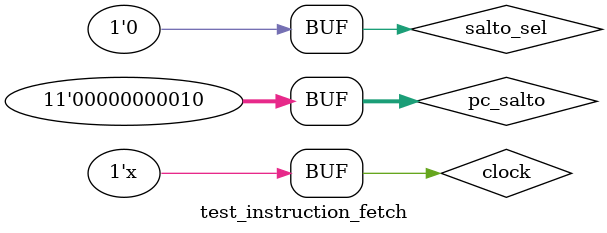
<source format=v>
`timescale 1ns / 1ps


module test_instruction_fetch;

	// Inputs
	reg [10:0] pc_salto;
	reg clock;
	reg salto_sel;

	// Outputs
	wire [10:0] pc;
	wire [31:0] instruccion;

	// Instantiate the Unit Under Test (UUT)
	instruction_fetch uut (
		.pc_salto(pc_salto), 
		.clock(clock), 
		.salto_sel(salto_sel), 
		.pc(pc), 
		.instruccion(instruccion)
	);
	
	always #1 clock = ~clock;

	initial begin
		// Initialize Inputs
		pc_salto = 0;
		clock = 0;
		salto_sel = 0;

		// Wait 100 ns for global reset to finish
		#300;
      pc_salto = 11'b00000000010;
		salto_sel=1;
		// Add stimulus here
		#2
		salto_sel=0;

	end
      
endmodule


</source>
